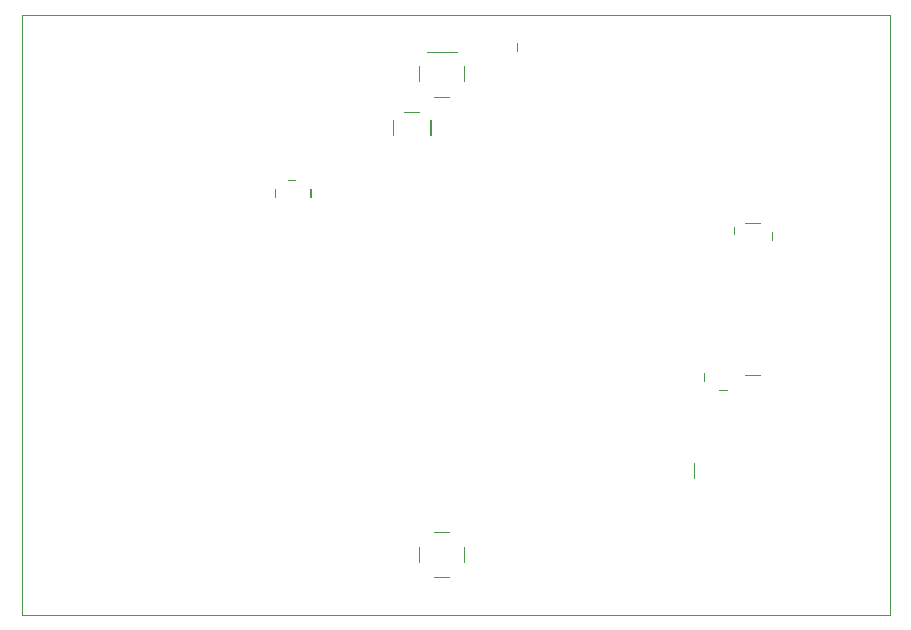
<source format=gbr>
G04 --- HEADER BEGIN --- *
%TF.GenerationSoftware,LibrePCB,LibrePCB,0.1.3*%
%TF.CreationDate,2020-04-15T18:42:34*%
%TF.ProjectId,Apple 2c VGA - default,6ee0dbe1-6aad-4263-9a0f-7c091fb3c0df,v1.1*%
%TF.Part,Single*%
%FSLAX66Y66*%
%MOMM*%
G01*
G74*
G04 --- HEADER END --- *
G04 --- APERTURE LIST BEGIN --- *
%ADD10C,0.001*%
G04 --- APERTURE LIST END --- *
G04 --- BOARD BEGIN --- *
D10*
X63500000Y31750000D02*
X63500000Y31750000D01*
X63490000Y31750000D01*
X63490000Y32385000D01*
X63500000Y32385000D01*
X63500000Y31750000D01*
X34607500Y40640000D02*
X34607500Y40640000D01*
X34617500Y40640000D01*
X34617500Y41910000D01*
X34607500Y41910000D01*
X34607500Y40640000D01*
X31432500Y40640000D02*
X31432500Y40640000D01*
X31442500Y40640000D01*
X31442500Y41910000D01*
X31432500Y41910000D01*
X31432500Y40640000D01*
X37465000Y45243750D02*
X37465000Y45243750D01*
X37475000Y45243750D01*
X37475000Y46513750D01*
X37465000Y46513750D01*
X37465000Y45243750D01*
X33655000Y42545000D02*
X33655000Y42545000D01*
X32385000Y42545000D01*
X32385000Y42555000D01*
X33655000Y42555000D01*
X33655000Y42545000D01*
X56960191Y12899489D02*
X56960191Y12899489D01*
X56950191Y12899489D01*
X56950191Y11629489D01*
X56960191Y11629489D01*
X56960191Y12899489D01*
X33655000Y45243750D02*
X33655000Y45243750D01*
X33655000Y46513750D01*
X33665000Y46513750D01*
X33665000Y45243750D01*
X33655000Y45243750D01*
X59055000Y19050000D02*
X59055000Y19050000D01*
X59055000Y19060000D01*
X59690000Y19060000D01*
X59690000Y19050000D01*
X59055000Y19050000D01*
X21431250Y36036250D02*
X21431250Y36036250D01*
X21431250Y35401250D01*
X21441250Y35401250D01*
X21441250Y36036250D01*
X21431250Y36036250D01*
X36830000Y47625000D02*
X36830000Y47625000D01*
X34290000Y47625000D01*
X34290000Y47635000D01*
X36830000Y47635000D01*
X36830000Y47625000D01*
X60325000Y32861250D02*
X60325000Y32861250D01*
X60325000Y32226250D01*
X60335000Y32226250D01*
X60335000Y32861250D01*
X60325000Y32861250D01*
X24447500Y36036250D02*
X24447500Y36036250D01*
X24447500Y35401250D01*
X24457500Y35401250D01*
X24457500Y36036250D01*
X24447500Y36036250D01*
X57785000Y20478750D02*
X57785000Y20478750D01*
X57785000Y19843750D01*
X57795000Y19843750D01*
X57795000Y20478750D01*
X57785000Y20478750D01*
X37465000Y5715000D02*
X37465000Y5715000D01*
X37465000Y4445000D01*
X37475000Y4445000D01*
X37475000Y5715000D01*
X37465000Y5715000D01*
X0Y0D02*
X0Y0D01*
X73500000Y0D01*
X73500000Y50800000D01*
X0Y50800000D01*
X0Y0D01*
X33655000Y4445000D02*
X33655000Y4445000D01*
X33665000Y4445000D01*
X33665000Y5715000D01*
X33655000Y5715000D01*
X33655000Y4445000D01*
X36195000Y43815000D02*
X36195000Y43815000D01*
X36195000Y43825000D01*
X34925000Y43825000D01*
X34925000Y43815000D01*
X36195000Y43815000D01*
X22542500Y36830000D02*
X22542500Y36830000D01*
X22542500Y36840000D01*
X23177500Y36840000D01*
X23177500Y36830000D01*
X22542500Y36830000D01*
X62547500Y20320000D02*
X62547500Y20320000D01*
X61277500Y20320000D01*
X61277500Y20330000D01*
X62547500Y20330000D01*
X62547500Y20320000D01*
X62547500Y33178750D02*
X62547500Y33178750D01*
X62547500Y33188750D01*
X61277500Y33188750D01*
X61277500Y33178750D01*
X62547500Y33178750D01*
X41910000Y47783750D02*
X41910000Y47783750D01*
X41900000Y47783750D01*
X41900000Y48418750D01*
X41910000Y48418750D01*
X41910000Y47783750D01*
X34925000Y3175000D02*
X34925000Y3175000D01*
X36195000Y3175000D01*
X36195000Y3185000D01*
X34925000Y3185000D01*
X34925000Y3175000D01*
X34925000Y6985000D02*
X34925000Y6985000D01*
X36195000Y6985000D01*
X36195000Y6995000D01*
X34925000Y6995000D01*
X34925000Y6985000D01*
G04 --- BOARD END --- *
%TF.MD5,5a0d098147a108b35eaa47c26278b58e*%
M02*

</source>
